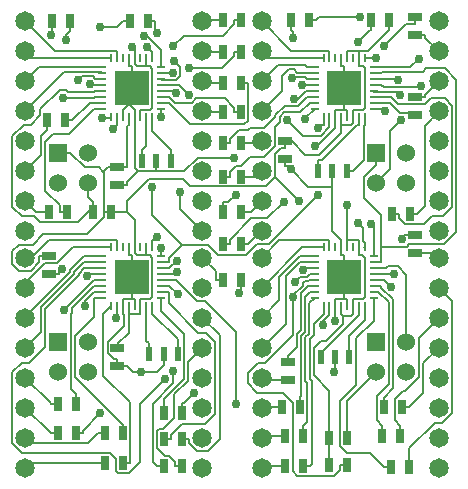
<source format=gtl>
G04 (created by PCBNEW (2013-mar-13)-testing) date Tue 30 Sep 2014 12:27:09 PM PDT*
%MOIN*%
G04 Gerber Fmt 3.4, Leading zero omitted, Abs format*
%FSLAX34Y34*%
G01*
G70*
G90*
G04 APERTURE LIST*
%ADD10C,0.005906*%
%ADD11R,0.045000X0.025000*%
%ADD12C,0.065000*%
%ADD13R,0.019700X0.051200*%
%ADD14R,0.030000X0.010000*%
%ADD15R,0.010000X0.030000*%
%ADD16R,0.118100X0.118100*%
%ADD17R,0.025000X0.045000*%
%ADD18R,0.060000X0.060000*%
%ADD19C,0.060000*%
%ADD20C,0.030000*%
%ADD21C,0.007000*%
G04 APERTURE END LIST*
G54D10*
G54D11*
X23740Y-24975D03*
X23740Y-25575D03*
G54D12*
X20669Y-20122D03*
X20669Y-21122D03*
X20669Y-22122D03*
X20669Y-23122D03*
X20669Y-24122D03*
X20669Y-25122D03*
X20669Y-26122D03*
X20669Y-27122D03*
X26574Y-27122D03*
X26574Y-26122D03*
X26574Y-25122D03*
X26574Y-24122D03*
X26574Y-23122D03*
X26574Y-22122D03*
X26574Y-21122D03*
X26574Y-20122D03*
X20669Y-27996D03*
X20669Y-28996D03*
X20669Y-29996D03*
X20669Y-30996D03*
X20669Y-31996D03*
X20669Y-32996D03*
X20669Y-33996D03*
X20669Y-34996D03*
X26574Y-34996D03*
X26574Y-33996D03*
X26574Y-32996D03*
X26574Y-31996D03*
X26574Y-30996D03*
X26574Y-29996D03*
X26574Y-28996D03*
X26574Y-27996D03*
X28543Y-20122D03*
X28543Y-21122D03*
X28543Y-22122D03*
X28543Y-23122D03*
X28543Y-24122D03*
X28543Y-25122D03*
X28543Y-26122D03*
X28543Y-27122D03*
X34448Y-27122D03*
X34448Y-26122D03*
X34448Y-25122D03*
X34448Y-24122D03*
X34448Y-23122D03*
X34448Y-22122D03*
X34448Y-21122D03*
X34448Y-20122D03*
X28543Y-27996D03*
X28543Y-28996D03*
X28543Y-29996D03*
X28543Y-30996D03*
X28543Y-31996D03*
X28543Y-32996D03*
X28543Y-33996D03*
X28543Y-34996D03*
X34448Y-34996D03*
X34448Y-33996D03*
X34448Y-32996D03*
X34448Y-31996D03*
X34448Y-30996D03*
X34448Y-29996D03*
X34448Y-28996D03*
X34448Y-27996D03*
G54D13*
X25039Y-24763D03*
X25511Y-24763D03*
X24567Y-24763D03*
X25275Y-31220D03*
X25747Y-31220D03*
X24803Y-31220D03*
X30905Y-25118D03*
X31377Y-25118D03*
X30433Y-25118D03*
X30984Y-31299D03*
X31456Y-31299D03*
X30512Y-31299D03*
G54D11*
X23740Y-30999D03*
X23740Y-31599D03*
G54D14*
X23228Y-22834D03*
X23228Y-22637D03*
X23228Y-22440D03*
X23228Y-23031D03*
G54D15*
X23523Y-23326D03*
X23720Y-23326D03*
X23917Y-23326D03*
X24114Y-23326D03*
X24310Y-23326D03*
X24507Y-23326D03*
X24704Y-23326D03*
X24901Y-23326D03*
G54D14*
X25196Y-21653D03*
X25196Y-23031D03*
X25196Y-22834D03*
X25196Y-22637D03*
X25196Y-22440D03*
X25196Y-22244D03*
X25196Y-22047D03*
X25196Y-21850D03*
G54D15*
X24901Y-21358D03*
X24704Y-21358D03*
X24507Y-21358D03*
X24310Y-21358D03*
X24114Y-21358D03*
X23917Y-21358D03*
X23720Y-21358D03*
X23523Y-21358D03*
G54D14*
X23228Y-21653D03*
X23228Y-21850D03*
X23228Y-22047D03*
X23228Y-22244D03*
G54D16*
X24212Y-22342D03*
G54D14*
X23228Y-29133D03*
X23228Y-28936D03*
X23228Y-28739D03*
X23228Y-29330D03*
G54D15*
X23523Y-29625D03*
X23720Y-29625D03*
X23917Y-29625D03*
X24114Y-29625D03*
X24310Y-29625D03*
X24507Y-29625D03*
X24704Y-29625D03*
X24901Y-29625D03*
G54D14*
X25196Y-27952D03*
X25196Y-29330D03*
X25196Y-29133D03*
X25196Y-28936D03*
X25196Y-28739D03*
X25196Y-28543D03*
X25196Y-28346D03*
X25196Y-28149D03*
G54D15*
X24901Y-27657D03*
X24704Y-27657D03*
X24507Y-27657D03*
X24310Y-27657D03*
X24114Y-27657D03*
X23917Y-27657D03*
X23720Y-27657D03*
X23523Y-27657D03*
G54D14*
X23228Y-27952D03*
X23228Y-28149D03*
X23228Y-28346D03*
X23228Y-28543D03*
G54D16*
X24212Y-28641D03*
G54D14*
X30315Y-22834D03*
X30315Y-22637D03*
X30315Y-22440D03*
X30315Y-23031D03*
G54D15*
X30610Y-23326D03*
X30807Y-23326D03*
X31004Y-23326D03*
X31201Y-23326D03*
X31397Y-23326D03*
X31594Y-23326D03*
X31791Y-23326D03*
X31988Y-23326D03*
G54D14*
X32283Y-21653D03*
X32283Y-23031D03*
X32283Y-22834D03*
X32283Y-22637D03*
X32283Y-22440D03*
X32283Y-22244D03*
X32283Y-22047D03*
X32283Y-21850D03*
G54D15*
X31988Y-21358D03*
X31791Y-21358D03*
X31594Y-21358D03*
X31397Y-21358D03*
X31201Y-21358D03*
X31004Y-21358D03*
X30807Y-21358D03*
X30610Y-21358D03*
G54D14*
X30315Y-21653D03*
X30315Y-21850D03*
X30315Y-22047D03*
X30315Y-22244D03*
G54D16*
X31299Y-22342D03*
G54D14*
X30315Y-29133D03*
X30315Y-28936D03*
X30315Y-28739D03*
X30315Y-29330D03*
G54D15*
X30610Y-29625D03*
X30807Y-29625D03*
X31004Y-29625D03*
X31201Y-29625D03*
X31397Y-29625D03*
X31594Y-29625D03*
X31791Y-29625D03*
X31988Y-29625D03*
G54D14*
X32283Y-27952D03*
X32283Y-29330D03*
X32283Y-29133D03*
X32283Y-28936D03*
X32283Y-28739D03*
X32283Y-28543D03*
X32283Y-28346D03*
X32283Y-28149D03*
G54D15*
X31988Y-27657D03*
X31791Y-27657D03*
X31594Y-27657D03*
X31397Y-27657D03*
X31201Y-27657D03*
X31004Y-27657D03*
X30807Y-27657D03*
X30610Y-27657D03*
G54D14*
X30315Y-27952D03*
X30315Y-28149D03*
X30315Y-28346D03*
X30315Y-28543D03*
G54D16*
X31299Y-28641D03*
G54D11*
X29330Y-24109D03*
X29330Y-24709D03*
G54D17*
X30802Y-34015D03*
X31402Y-34015D03*
X32613Y-32992D03*
X33213Y-32992D03*
X32574Y-33937D03*
X33174Y-33937D03*
X32849Y-34960D03*
X33449Y-34960D03*
G54D11*
X33661Y-27259D03*
X33661Y-27859D03*
G54D17*
X29925Y-34940D03*
X29325Y-34940D03*
X29925Y-33956D03*
X29325Y-33956D03*
X29827Y-32972D03*
X29227Y-32972D03*
G54D11*
X29429Y-31491D03*
X29429Y-32091D03*
G54D17*
X32888Y-26535D03*
X33488Y-26535D03*
G54D11*
X33661Y-23233D03*
X33661Y-22633D03*
X33661Y-19975D03*
X33661Y-20575D03*
G54D17*
X29522Y-20078D03*
X30122Y-20078D03*
X27259Y-27559D03*
X27859Y-27559D03*
X27259Y-26476D03*
X27859Y-26476D03*
X27259Y-25295D03*
X27859Y-25295D03*
X27259Y-24173D03*
X27859Y-24173D03*
X25290Y-34940D03*
X25890Y-34940D03*
X25290Y-34055D03*
X25890Y-34055D03*
X25290Y-33169D03*
X25890Y-33169D03*
X27859Y-28740D03*
X27259Y-28740D03*
X23922Y-34842D03*
X23322Y-34842D03*
X23922Y-33858D03*
X23322Y-33858D03*
X22347Y-33858D03*
X21747Y-33858D03*
X22347Y-32874D03*
X21747Y-32874D03*
X27859Y-23149D03*
X27259Y-23149D03*
X27859Y-22165D03*
X27259Y-22165D03*
X27859Y-21141D03*
X27259Y-21141D03*
X27859Y-20078D03*
X27259Y-20078D03*
X24748Y-20118D03*
X24148Y-20118D03*
X22051Y-26476D03*
X21451Y-26476D03*
X21992Y-23425D03*
X21392Y-23425D03*
X22150Y-20118D03*
X21550Y-20118D03*
X31402Y-34921D03*
X30802Y-34921D03*
X32180Y-20078D03*
X32780Y-20078D03*
G54D11*
X21456Y-28548D03*
X21456Y-27948D03*
G54D17*
X22928Y-26476D03*
X23528Y-26476D03*
G54D18*
X21744Y-24500D03*
G54D19*
X21744Y-25500D03*
X22744Y-24500D03*
X22744Y-25500D03*
G54D18*
X21744Y-30799D03*
G54D19*
X21744Y-31799D03*
X22744Y-30799D03*
X22744Y-31799D03*
G54D18*
X32374Y-24500D03*
G54D19*
X32374Y-25500D03*
X33374Y-24500D03*
X33374Y-25500D03*
G54D18*
X32374Y-30799D03*
G54D19*
X32374Y-31799D03*
X33374Y-30799D03*
X33374Y-31799D03*
G54D20*
X31377Y-26259D03*
X29803Y-26102D03*
X24213Y-20988D03*
X22030Y-20750D03*
X21922Y-22660D03*
X23173Y-33187D03*
X22666Y-29603D03*
X27678Y-25895D03*
X29993Y-23367D03*
X25060Y-20495D03*
X23241Y-23344D03*
X29282Y-26151D03*
X30421Y-23673D03*
X25586Y-20958D03*
X23587Y-23697D03*
X27801Y-29188D03*
X23680Y-30015D03*
X29575Y-20668D03*
X29402Y-23423D03*
X33213Y-27375D03*
X30602Y-30254D03*
X26111Y-21678D03*
X25176Y-23306D03*
X32625Y-20938D03*
X32658Y-23098D03*
X25602Y-31792D03*
X25742Y-29219D03*
X25615Y-21430D03*
X25717Y-28104D03*
X33193Y-23422D03*
X33090Y-22068D03*
X33778Y-21364D03*
X32192Y-26889D03*
X25176Y-27682D03*
X24620Y-20608D03*
X30433Y-25905D03*
X24902Y-25647D03*
X25579Y-21834D03*
X31743Y-20819D03*
X29633Y-22698D03*
X21968Y-29733D03*
X21908Y-28369D03*
X29601Y-29307D03*
X22439Y-22072D03*
X25313Y-32038D03*
X29544Y-22003D03*
X29938Y-28393D03*
X22809Y-22211D03*
X22740Y-28605D03*
X29875Y-22227D03*
X29656Y-28821D03*
X25698Y-22519D03*
X27686Y-32863D03*
X33161Y-22584D03*
X32871Y-28971D03*
X26123Y-22576D03*
X25836Y-25826D03*
X25716Y-28479D03*
X33872Y-22286D03*
X32943Y-28543D03*
X31759Y-26834D03*
X32347Y-21359D03*
X25070Y-27296D03*
X24723Y-20984D03*
X29528Y-25056D03*
X30972Y-31799D03*
X24524Y-31795D03*
X30998Y-30094D03*
X30316Y-24268D03*
X27631Y-24660D03*
X26294Y-32498D03*
X31824Y-19977D03*
X23171Y-20307D03*
X21541Y-20576D03*
G54D21*
X29000Y-25306D02*
X29006Y-25306D01*
X31397Y-26279D02*
X31397Y-27657D01*
X31377Y-26259D02*
X31397Y-26279D01*
X29006Y-25306D02*
X29803Y-26102D01*
X29330Y-24109D02*
X29542Y-24109D01*
X31201Y-23838D02*
X31201Y-23326D01*
X30472Y-24566D02*
X31201Y-23838D01*
X30000Y-24566D02*
X30472Y-24566D01*
X29542Y-24109D02*
X30000Y-24566D01*
X21744Y-24500D02*
X22149Y-24500D01*
X23413Y-26476D02*
X23298Y-26476D01*
X31201Y-29625D02*
X31201Y-29880D01*
X31397Y-27657D02*
X31397Y-27437D01*
X23740Y-24975D02*
X24070Y-24975D01*
X24114Y-23326D02*
X24114Y-23581D01*
X32780Y-20078D02*
X32780Y-20408D01*
X21456Y-27948D02*
X21126Y-27948D01*
X24704Y-27657D02*
X24704Y-27912D01*
X31791Y-21358D02*
X31791Y-21230D01*
X31791Y-21230D02*
X31791Y-21103D01*
X23740Y-24975D02*
X23410Y-24975D01*
X23251Y-25133D02*
X23410Y-24975D01*
X23111Y-24992D02*
X23251Y-25133D01*
X22642Y-24992D02*
X23111Y-24992D01*
X22149Y-24500D02*
X22642Y-24992D01*
X23298Y-26637D02*
X23298Y-26476D01*
X22717Y-27218D02*
X23298Y-26637D01*
X21266Y-27218D02*
X22717Y-27218D01*
X20919Y-27565D02*
X21266Y-27218D01*
X20458Y-27565D02*
X20919Y-27565D01*
X20232Y-27791D02*
X20458Y-27565D01*
X20232Y-28200D02*
X20232Y-27791D01*
X20461Y-28429D02*
X20232Y-28200D01*
X20846Y-28429D02*
X20461Y-28429D01*
X21126Y-28149D02*
X20846Y-28429D01*
X21126Y-27948D02*
X21126Y-28149D01*
X31791Y-21103D02*
X31397Y-21103D01*
X24507Y-29625D02*
X24507Y-29880D01*
X24114Y-29625D02*
X24114Y-29880D01*
X24507Y-29880D02*
X24114Y-29880D01*
X24114Y-30509D02*
X23740Y-30884D01*
X24114Y-29880D02*
X24114Y-30509D01*
X31397Y-21358D02*
X31397Y-21103D01*
X23740Y-30999D02*
X23740Y-30884D01*
X30802Y-34015D02*
X30802Y-34921D01*
X31201Y-23326D02*
X31201Y-23581D01*
X32085Y-21103D02*
X32780Y-20408D01*
X31791Y-21103D02*
X32085Y-21103D01*
X31594Y-23520D02*
X31594Y-23326D01*
X31532Y-23581D02*
X31594Y-23520D01*
X31201Y-23581D02*
X31532Y-23581D01*
X31915Y-21613D02*
X31791Y-21613D01*
X31994Y-21692D02*
X31915Y-21613D01*
X31994Y-22995D02*
X31994Y-21692D01*
X31918Y-23071D02*
X31994Y-22995D01*
X31594Y-23071D02*
X31918Y-23071D01*
X31594Y-23326D02*
X31594Y-23071D01*
X31791Y-21358D02*
X31791Y-21613D01*
X24070Y-23625D02*
X24114Y-23581D01*
X24070Y-24975D02*
X24070Y-23625D01*
X23298Y-25180D02*
X23298Y-26476D01*
X23251Y-25133D02*
X23298Y-25180D01*
X24377Y-27912D02*
X24704Y-27912D01*
X24310Y-27845D02*
X24377Y-27912D01*
X24310Y-27657D02*
X24310Y-27845D01*
X24838Y-29370D02*
X24507Y-29370D01*
X24908Y-29301D02*
X24838Y-29370D01*
X24908Y-28004D02*
X24908Y-29301D01*
X24816Y-27912D02*
X24908Y-28004D01*
X24704Y-27912D02*
X24816Y-27912D01*
X24507Y-29625D02*
X24507Y-29370D01*
X23413Y-26476D02*
X23528Y-26476D01*
X23528Y-26476D02*
X23758Y-26476D01*
X29330Y-24109D02*
X29330Y-24339D01*
X23758Y-26476D02*
X24047Y-26476D01*
X24310Y-26739D02*
X24047Y-26476D01*
X24310Y-27657D02*
X24310Y-26739D01*
X29192Y-24339D02*
X29330Y-24339D01*
X29000Y-24531D02*
X29192Y-24339D01*
X29000Y-25306D02*
X29000Y-25275D01*
X29000Y-25275D02*
X29000Y-24531D01*
X28681Y-25625D02*
X29000Y-25306D01*
X26164Y-25625D02*
X28681Y-25625D01*
X25931Y-25391D02*
X26164Y-25625D01*
X24782Y-25391D02*
X25931Y-25391D01*
X24047Y-26126D02*
X24782Y-25391D01*
X24047Y-26476D02*
X24047Y-26126D01*
X31925Y-29370D02*
X31594Y-29370D01*
X31994Y-29301D02*
X31925Y-29370D01*
X31994Y-28004D02*
X31994Y-29301D01*
X31902Y-27912D02*
X31994Y-28004D01*
X31791Y-27912D02*
X31902Y-27912D01*
X31791Y-27657D02*
X31791Y-27912D01*
X31594Y-29625D02*
X31594Y-29370D01*
X31594Y-29625D02*
X31594Y-29880D01*
X31536Y-29938D02*
X31594Y-29880D01*
X31258Y-29938D02*
X31536Y-29938D01*
X31258Y-30200D02*
X31258Y-29938D01*
X30684Y-30773D02*
X31258Y-30200D01*
X30519Y-30773D02*
X30684Y-30773D01*
X30289Y-31004D02*
X30519Y-30773D01*
X30289Y-31914D02*
X30289Y-31004D01*
X30802Y-32427D02*
X30289Y-31914D01*
X30802Y-34015D02*
X30802Y-32427D01*
X31258Y-29938D02*
X31201Y-29880D01*
X24310Y-21085D02*
X24310Y-21358D01*
X24213Y-20988D02*
X24310Y-21085D01*
X24377Y-21613D02*
X24704Y-21613D01*
X24310Y-21546D02*
X24377Y-21613D01*
X24310Y-21358D02*
X24310Y-21546D01*
X24704Y-21358D02*
X24704Y-21578D01*
X24704Y-21578D02*
X24704Y-21613D01*
X24838Y-23071D02*
X24507Y-23071D01*
X24908Y-23002D02*
X24838Y-23071D01*
X24908Y-21702D02*
X24908Y-23002D01*
X24819Y-21613D02*
X24908Y-21702D01*
X24704Y-21613D02*
X24819Y-21613D01*
X24507Y-23326D02*
X24507Y-23071D01*
X31791Y-27657D02*
X31791Y-27402D01*
X31397Y-27402D02*
X31791Y-27402D01*
X31397Y-27437D02*
X31397Y-27402D01*
X22030Y-20568D02*
X22030Y-20750D01*
X22150Y-20448D02*
X22030Y-20568D01*
X22950Y-22660D02*
X22973Y-22637D01*
X21922Y-22660D02*
X22950Y-22660D01*
X23228Y-22637D02*
X22973Y-22637D01*
X22150Y-20118D02*
X22150Y-20448D01*
X23228Y-28936D02*
X22973Y-28936D01*
X22347Y-32874D02*
X22347Y-32543D01*
X22971Y-28936D02*
X22973Y-28936D01*
X22223Y-29684D02*
X22971Y-28936D01*
X22223Y-29839D02*
X22223Y-29684D01*
X22192Y-29869D02*
X22223Y-29839D01*
X22192Y-32389D02*
X22192Y-29869D01*
X22347Y-32543D02*
X22192Y-32389D01*
X27259Y-24173D02*
X27489Y-24173D01*
X30315Y-22637D02*
X30060Y-22637D01*
X29743Y-22953D02*
X30060Y-22637D01*
X29311Y-22953D02*
X29743Y-22953D01*
X29007Y-23257D02*
X29311Y-22953D01*
X29007Y-23298D02*
X29007Y-23257D01*
X28634Y-23671D02*
X29007Y-23298D01*
X28145Y-23671D02*
X28634Y-23671D01*
X28090Y-23727D02*
X28145Y-23671D01*
X27791Y-23727D02*
X28090Y-23727D01*
X27489Y-24029D02*
X27791Y-23727D01*
X27489Y-24173D02*
X27489Y-24029D01*
X30315Y-28936D02*
X30060Y-28936D01*
X29429Y-31491D02*
X29429Y-31261D01*
X29728Y-30961D02*
X29429Y-31261D01*
X29728Y-30541D02*
X29728Y-30961D01*
X29856Y-30413D02*
X29728Y-30541D01*
X29856Y-29190D02*
X29856Y-30413D01*
X30060Y-28987D02*
X29856Y-29190D01*
X30060Y-28936D02*
X30060Y-28987D01*
X21992Y-23425D02*
X22223Y-23425D01*
X23228Y-22834D02*
X22973Y-22834D01*
X22813Y-22834D02*
X22223Y-23425D01*
X22973Y-22834D02*
X22813Y-22834D01*
X22577Y-33784D02*
X23173Y-33187D01*
X22577Y-33858D02*
X22577Y-33784D01*
X22347Y-33858D02*
X22577Y-33858D01*
X22666Y-29439D02*
X22666Y-29603D01*
X22972Y-29133D02*
X22666Y-29439D01*
X23228Y-29133D02*
X22972Y-29133D01*
X27259Y-25295D02*
X27489Y-25295D01*
X27489Y-25151D02*
X27489Y-25295D01*
X27680Y-24959D02*
X27489Y-25151D01*
X27860Y-24959D02*
X27680Y-24959D01*
X28165Y-24654D02*
X27860Y-24959D01*
X28625Y-24654D02*
X28165Y-24654D01*
X28986Y-24292D02*
X28625Y-24654D01*
X28986Y-23640D02*
X28986Y-24292D01*
X29147Y-23479D02*
X28986Y-23640D01*
X29147Y-23315D02*
X29147Y-23479D01*
X29308Y-23154D02*
X29147Y-23315D01*
X29836Y-23154D02*
X29308Y-23154D01*
X30156Y-22834D02*
X29836Y-23154D01*
X30315Y-22834D02*
X30156Y-22834D01*
X29827Y-32972D02*
X29827Y-32642D01*
X29868Y-32601D02*
X29827Y-32642D01*
X29868Y-30599D02*
X29868Y-32601D01*
X29996Y-30471D02*
X29868Y-30599D01*
X29996Y-29293D02*
X29996Y-30471D01*
X30156Y-29133D02*
X29996Y-29293D01*
X30315Y-29133D02*
X30156Y-29133D01*
X22051Y-26476D02*
X21821Y-26476D01*
X21821Y-26246D02*
X21821Y-26476D01*
X21338Y-25763D02*
X21821Y-26246D01*
X21338Y-24145D02*
X21338Y-25763D01*
X21604Y-23879D02*
X21338Y-24145D01*
X22125Y-23879D02*
X21604Y-23879D01*
X22973Y-23031D02*
X22125Y-23879D01*
X23228Y-23031D02*
X22973Y-23031D01*
X22973Y-29978D02*
X22973Y-29330D01*
X22333Y-30618D02*
X22973Y-29978D01*
X22333Y-31961D02*
X22333Y-30618D01*
X23900Y-33528D02*
X22333Y-31961D01*
X23922Y-33528D02*
X23900Y-33528D01*
X23922Y-33858D02*
X23922Y-33528D01*
X23228Y-29330D02*
X22973Y-29330D01*
X27427Y-26146D02*
X27678Y-25895D01*
X27259Y-26146D02*
X27427Y-26146D01*
X27259Y-26476D02*
X27259Y-26146D01*
X29993Y-23353D02*
X30315Y-23031D01*
X29993Y-23367D02*
X29993Y-23353D01*
X29925Y-33956D02*
X29925Y-33626D01*
X30072Y-33479D02*
X29925Y-33626D01*
X30072Y-32164D02*
X30072Y-33479D01*
X30008Y-32100D02*
X30072Y-32164D01*
X30008Y-30657D02*
X30008Y-32100D01*
X30136Y-30529D02*
X30008Y-30657D01*
X30136Y-29509D02*
X30136Y-30529D01*
X30315Y-29330D02*
X30136Y-29509D01*
X24748Y-20118D02*
X24978Y-20118D01*
X24978Y-20414D02*
X25060Y-20495D01*
X24978Y-20118D02*
X24978Y-20414D01*
X23506Y-23344D02*
X23241Y-23344D01*
X23523Y-23326D02*
X23506Y-23344D01*
X23263Y-29885D02*
X23523Y-29625D01*
X23263Y-31932D02*
X23263Y-29885D01*
X24152Y-32821D02*
X23263Y-31932D01*
X24152Y-34842D02*
X24152Y-32821D01*
X23922Y-34842D02*
X24152Y-34842D01*
X28741Y-26691D02*
X29282Y-26151D01*
X28208Y-26691D02*
X28741Y-26691D01*
X27489Y-27411D02*
X28208Y-26691D01*
X27489Y-27559D02*
X27489Y-27411D01*
X30513Y-23581D02*
X30610Y-23581D01*
X30421Y-23673D02*
X30513Y-23581D01*
X30610Y-23326D02*
X30610Y-23581D01*
X27259Y-27559D02*
X27489Y-27559D01*
X29925Y-34940D02*
X30156Y-34940D01*
X30610Y-29625D02*
X30610Y-29880D01*
X30222Y-34874D02*
X30156Y-34940D01*
X30222Y-32115D02*
X30222Y-34874D01*
X30148Y-32042D02*
X30222Y-32115D01*
X30148Y-30715D02*
X30148Y-32042D01*
X30289Y-30575D02*
X30148Y-30715D01*
X30289Y-30202D02*
X30289Y-30575D01*
X30610Y-29880D02*
X30289Y-30202D01*
X25947Y-20598D02*
X25586Y-20958D01*
X27252Y-20598D02*
X25947Y-20598D01*
X27628Y-20222D02*
X27252Y-20598D01*
X27628Y-20078D02*
X27628Y-20222D01*
X23720Y-23326D02*
X23720Y-23581D01*
X27859Y-20078D02*
X27628Y-20078D01*
X23604Y-23697D02*
X23587Y-23697D01*
X23720Y-23581D02*
X23604Y-23697D01*
X27801Y-29128D02*
X27801Y-29188D01*
X27859Y-29070D02*
X27801Y-29128D01*
X27859Y-28740D02*
X27859Y-29070D01*
X23720Y-29975D02*
X23680Y-30015D01*
X23720Y-29625D02*
X23720Y-29975D01*
X29575Y-20461D02*
X29575Y-20668D01*
X29522Y-20408D02*
X29575Y-20461D01*
X30807Y-23655D02*
X30807Y-23326D01*
X30528Y-23935D02*
X30807Y-23655D01*
X29914Y-23935D02*
X30528Y-23935D01*
X29402Y-23423D02*
X29914Y-23935D01*
X29522Y-20078D02*
X29522Y-20408D01*
X30807Y-29919D02*
X30807Y-29625D01*
X30602Y-30123D02*
X30807Y-29919D01*
X30602Y-30254D02*
X30602Y-30123D01*
X33661Y-27259D02*
X33331Y-27259D01*
X33214Y-27375D02*
X33213Y-27375D01*
X33331Y-27259D02*
X33214Y-27375D01*
X25196Y-23286D02*
X25176Y-23306D01*
X25196Y-23031D02*
X25196Y-23286D01*
X27235Y-21678D02*
X26111Y-21678D01*
X27628Y-21285D02*
X27235Y-21678D01*
X27628Y-21141D02*
X27628Y-21285D01*
X27859Y-21141D02*
X27628Y-21141D01*
X25290Y-33169D02*
X25290Y-32839D01*
X25290Y-32711D02*
X25290Y-32839D01*
X25951Y-32050D02*
X25290Y-32711D01*
X25951Y-30539D02*
X25951Y-32050D01*
X25196Y-29785D02*
X25951Y-30539D01*
X25196Y-29330D02*
X25196Y-29785D01*
X32283Y-23031D02*
X32538Y-23031D01*
X33661Y-19975D02*
X33661Y-20205D01*
X32605Y-23098D02*
X32658Y-23098D01*
X32538Y-23031D02*
X32605Y-23098D01*
X33358Y-20205D02*
X32625Y-20938D01*
X33661Y-20205D02*
X33358Y-20205D01*
X32849Y-34960D02*
X32619Y-34960D01*
X32283Y-30111D02*
X32283Y-29330D01*
X31707Y-30686D02*
X32283Y-30111D01*
X31707Y-32246D02*
X31707Y-30686D01*
X31172Y-32782D02*
X31707Y-32246D01*
X31172Y-34287D02*
X31172Y-32782D01*
X31383Y-34498D02*
X31172Y-34287D01*
X32157Y-34498D02*
X31383Y-34498D01*
X32619Y-34960D02*
X32157Y-34498D01*
X27859Y-22165D02*
X28089Y-22165D01*
X25196Y-22834D02*
X25451Y-22834D01*
X26169Y-23552D02*
X25451Y-22834D01*
X27967Y-23552D02*
X26169Y-23552D01*
X28089Y-23430D02*
X27967Y-23552D01*
X28089Y-22165D02*
X28089Y-23430D01*
X25290Y-34055D02*
X25520Y-34055D01*
X25196Y-29133D02*
X25451Y-29133D01*
X25520Y-33911D02*
X25520Y-34055D01*
X25886Y-33545D02*
X25520Y-33911D01*
X26659Y-33545D02*
X25886Y-33545D01*
X27005Y-33199D02*
X26659Y-33545D01*
X27005Y-30818D02*
X27005Y-33199D01*
X26683Y-30496D02*
X27005Y-30818D01*
X26438Y-30496D02*
X26683Y-30496D01*
X25451Y-29509D02*
X26438Y-30496D01*
X25451Y-29133D02*
X25451Y-29509D01*
X32834Y-22834D02*
X32283Y-22834D01*
X33166Y-23166D02*
X32834Y-22834D01*
X33595Y-23166D02*
X33166Y-23166D01*
X33661Y-23233D02*
X33595Y-23166D01*
X32441Y-29133D02*
X32283Y-29133D01*
X32783Y-29475D02*
X32441Y-29133D01*
X32783Y-32197D02*
X32783Y-29475D01*
X32379Y-32602D02*
X32783Y-32197D01*
X32379Y-33412D02*
X32379Y-32602D01*
X32574Y-33606D02*
X32379Y-33412D01*
X32574Y-33937D02*
X32574Y-33606D01*
X27859Y-23149D02*
X27628Y-23149D01*
X25196Y-22637D02*
X25451Y-22637D01*
X27628Y-23005D02*
X27628Y-23149D01*
X27309Y-22686D02*
X27628Y-23005D01*
X26374Y-22686D02*
X27309Y-22686D01*
X26229Y-22831D02*
X26374Y-22686D01*
X25649Y-22831D02*
X26229Y-22831D01*
X25455Y-22637D02*
X25649Y-22831D01*
X25451Y-22637D02*
X25455Y-22637D01*
X25290Y-34940D02*
X25060Y-34940D01*
X25459Y-28936D02*
X25742Y-29219D01*
X25196Y-28936D02*
X25459Y-28936D01*
X24918Y-34798D02*
X25060Y-34940D01*
X24918Y-32869D02*
X24918Y-34798D01*
X25602Y-32184D02*
X24918Y-32869D01*
X25602Y-31792D02*
X25602Y-32184D01*
X32853Y-22637D02*
X32283Y-22637D01*
X33099Y-22883D02*
X32853Y-22637D01*
X33998Y-22883D02*
X33099Y-22883D01*
X34190Y-22691D02*
X33998Y-22883D01*
X34643Y-22691D02*
X34190Y-22691D01*
X34882Y-22930D02*
X34643Y-22691D01*
X34882Y-26321D02*
X34882Y-22930D01*
X34581Y-26622D02*
X34882Y-26321D01*
X34228Y-26622D02*
X34581Y-26622D01*
X33969Y-26881D02*
X34228Y-26622D01*
X33321Y-26881D02*
X33969Y-26881D01*
X33119Y-26679D02*
X33321Y-26881D01*
X33119Y-26535D02*
X33119Y-26679D01*
X32888Y-26535D02*
X33119Y-26535D01*
X32613Y-32992D02*
X32613Y-32662D01*
X32283Y-28936D02*
X32538Y-28936D01*
X32924Y-32351D02*
X32613Y-32662D01*
X32924Y-29392D02*
X32924Y-32351D01*
X32538Y-29006D02*
X32924Y-29392D01*
X32538Y-28936D02*
X32538Y-29006D01*
X25835Y-21650D02*
X25615Y-21430D01*
X25835Y-21940D02*
X25835Y-21650D01*
X25685Y-22089D02*
X25835Y-21940D01*
X25238Y-22089D02*
X25685Y-22089D01*
X25196Y-22047D02*
X25238Y-22089D01*
X25474Y-28346D02*
X25717Y-28104D01*
X25196Y-28346D02*
X25474Y-28346D01*
X32824Y-23791D02*
X33193Y-23422D01*
X32824Y-25049D02*
X32824Y-23791D01*
X32374Y-25500D02*
X32824Y-25049D01*
X33069Y-22047D02*
X32283Y-22047D01*
X33090Y-22068D02*
X33069Y-22047D01*
X32687Y-28346D02*
X32283Y-28346D01*
X32748Y-28285D02*
X32687Y-28346D01*
X33075Y-28285D02*
X32748Y-28285D01*
X33374Y-28584D02*
X33075Y-28285D01*
X33374Y-30799D02*
X33374Y-28584D01*
X33778Y-21364D02*
X33489Y-21653D01*
X33489Y-21653D02*
X32283Y-21653D01*
X32283Y-27374D02*
X32283Y-27952D01*
X32283Y-26980D02*
X32283Y-27374D01*
X32192Y-26889D02*
X32283Y-26980D01*
X25196Y-27702D02*
X25196Y-27952D01*
X25176Y-27682D02*
X25196Y-27702D01*
X25196Y-21089D02*
X25196Y-21653D01*
X24715Y-20608D02*
X25196Y-21089D01*
X24620Y-20608D02*
X24715Y-20608D01*
X31963Y-25315D02*
X31963Y-26003D01*
X32538Y-27630D02*
X32538Y-27063D01*
X32374Y-24905D02*
X31963Y-25315D01*
X32374Y-24905D02*
X32374Y-24500D01*
X32538Y-26577D02*
X32538Y-27063D01*
X31963Y-26003D02*
X32538Y-26577D01*
X30158Y-26182D02*
X30158Y-26179D01*
X30158Y-26179D02*
X30433Y-25905D01*
X26751Y-27564D02*
X25881Y-27564D01*
X27085Y-27898D02*
X26751Y-27564D01*
X28033Y-27898D02*
X27085Y-27898D01*
X28378Y-27552D02*
X28033Y-27898D01*
X28788Y-27552D02*
X28378Y-27552D01*
X30165Y-26175D02*
X30158Y-26182D01*
X30158Y-26182D02*
X28788Y-27552D01*
X25196Y-28149D02*
X25451Y-28149D01*
X25196Y-21850D02*
X25451Y-21850D01*
X25468Y-21834D02*
X25579Y-21834D01*
X25451Y-21850D02*
X25468Y-21834D01*
X25451Y-27993D02*
X25881Y-27564D01*
X25451Y-28149D02*
X25451Y-27993D01*
X24902Y-26585D02*
X24902Y-25647D01*
X25881Y-27564D02*
X24902Y-26585D01*
X32283Y-28149D02*
X32538Y-28149D01*
X32538Y-27630D02*
X32538Y-28149D01*
X32580Y-21808D02*
X32538Y-21850D01*
X33913Y-21808D02*
X32580Y-21808D01*
X34029Y-21691D02*
X33913Y-21808D01*
X34643Y-21691D02*
X34029Y-21691D01*
X35034Y-22083D02*
X34643Y-21691D01*
X35034Y-27146D02*
X35034Y-22083D01*
X34622Y-27559D02*
X35034Y-27146D01*
X33462Y-27559D02*
X34622Y-27559D01*
X33391Y-27630D02*
X33462Y-27559D01*
X32538Y-27630D02*
X33391Y-27630D01*
X32283Y-21850D02*
X32538Y-21850D01*
X22744Y-25962D02*
X22744Y-25500D01*
X22928Y-26146D02*
X22744Y-25962D01*
X22928Y-26476D02*
X22928Y-26311D01*
X22928Y-26311D02*
X22928Y-26146D01*
X23228Y-22440D02*
X22973Y-22440D01*
X22432Y-26807D02*
X22928Y-26311D01*
X21156Y-26807D02*
X22432Y-26807D01*
X20971Y-26622D02*
X21156Y-26807D01*
X20559Y-26622D02*
X20971Y-26622D01*
X20237Y-26300D02*
X20559Y-26622D01*
X20237Y-23944D02*
X20237Y-26300D01*
X20619Y-23562D02*
X20237Y-23944D01*
X20842Y-23562D02*
X20619Y-23562D01*
X21162Y-23242D02*
X20842Y-23562D01*
X21162Y-23055D02*
X21162Y-23242D01*
X21813Y-22405D02*
X21162Y-23055D01*
X22028Y-22405D02*
X21813Y-22405D01*
X22089Y-22466D02*
X22028Y-22405D01*
X22947Y-22466D02*
X22089Y-22466D01*
X22973Y-22440D02*
X22947Y-22466D01*
X32180Y-20078D02*
X32180Y-20408D01*
X32154Y-20408D02*
X31743Y-20819D01*
X32180Y-20408D02*
X32154Y-20408D01*
X30026Y-22440D02*
X30315Y-22440D01*
X29767Y-22698D02*
X30026Y-22440D01*
X29633Y-22698D02*
X29767Y-22698D01*
X21456Y-28548D02*
X21786Y-28548D01*
X21786Y-28490D02*
X21908Y-28369D01*
X21786Y-28548D02*
X21786Y-28490D01*
X22967Y-28739D02*
X23228Y-28739D01*
X21973Y-29733D02*
X22967Y-28739D01*
X21968Y-29733D02*
X21973Y-29733D01*
X31402Y-34921D02*
X31172Y-34921D01*
X30151Y-28739D02*
X30315Y-28739D01*
X30102Y-28788D02*
X30151Y-28739D01*
X29983Y-28788D02*
X30102Y-28788D01*
X29913Y-28858D02*
X29983Y-28788D01*
X29913Y-28935D02*
X29913Y-28858D01*
X29601Y-29247D02*
X29913Y-28935D01*
X29601Y-29307D02*
X29601Y-29247D01*
X31172Y-35065D02*
X31172Y-34921D01*
X30966Y-35271D02*
X31172Y-35065D01*
X29741Y-35271D02*
X30966Y-35271D01*
X29597Y-35126D02*
X29741Y-35271D01*
X29597Y-32833D02*
X29597Y-35126D01*
X29259Y-32496D02*
X29597Y-32833D01*
X28405Y-32496D02*
X29259Y-32496D01*
X28093Y-32184D02*
X28405Y-32496D01*
X28093Y-31830D02*
X28093Y-32184D01*
X28428Y-31496D02*
X28093Y-31830D01*
X28673Y-31496D02*
X28428Y-31496D01*
X29588Y-30581D02*
X28673Y-31496D01*
X29588Y-30483D02*
X29588Y-30581D01*
X29601Y-30470D02*
X29588Y-30483D01*
X29601Y-29307D02*
X29601Y-30470D01*
X23720Y-21358D02*
X23720Y-21103D01*
X21650Y-21103D02*
X23720Y-21103D01*
X20669Y-20122D02*
X21650Y-21103D01*
X23720Y-27657D02*
X23720Y-27402D01*
X21460Y-27402D02*
X23720Y-27402D01*
X20867Y-27996D02*
X21460Y-27402D01*
X20669Y-27996D02*
X20867Y-27996D01*
X29524Y-21103D02*
X28543Y-20122D01*
X30807Y-21103D02*
X29524Y-21103D01*
X30807Y-21358D02*
X30807Y-21103D01*
X30807Y-27657D02*
X30807Y-27402D01*
X29136Y-27402D02*
X30807Y-27402D01*
X28543Y-27996D02*
X29136Y-27402D01*
X20905Y-21358D02*
X20669Y-21122D01*
X23523Y-21358D02*
X20905Y-21358D01*
X20669Y-28834D02*
X20669Y-28996D01*
X21325Y-28178D02*
X20669Y-28834D01*
X21738Y-28178D02*
X21325Y-28178D01*
X22259Y-27657D02*
X21738Y-28178D01*
X23523Y-27657D02*
X22259Y-27657D01*
X28779Y-21358D02*
X28543Y-21122D01*
X30610Y-21358D02*
X28779Y-21358D01*
X29881Y-27657D02*
X28543Y-28996D01*
X30610Y-27657D02*
X29881Y-27657D01*
X23228Y-21653D02*
X22973Y-21653D01*
X21137Y-21653D02*
X20669Y-22122D01*
X22973Y-21653D02*
X21137Y-21653D01*
X22630Y-27952D02*
X23228Y-27952D01*
X22165Y-28417D02*
X22630Y-27952D01*
X22165Y-28476D02*
X22165Y-28417D01*
X20669Y-29973D02*
X22165Y-28476D01*
X20669Y-29996D02*
X20669Y-29973D01*
X29087Y-21577D02*
X28543Y-22122D01*
X29984Y-21577D02*
X29087Y-21577D01*
X30060Y-21653D02*
X29984Y-21577D01*
X30315Y-21653D02*
X30060Y-21653D01*
X29135Y-29404D02*
X28543Y-29996D01*
X29135Y-28637D02*
X29135Y-29404D01*
X29820Y-27952D02*
X29135Y-28637D01*
X30315Y-27952D02*
X29820Y-27952D01*
X21974Y-21816D02*
X20669Y-23122D01*
X23194Y-21816D02*
X21974Y-21816D01*
X23228Y-21850D02*
X23194Y-21816D01*
X22631Y-28149D02*
X23228Y-28149D01*
X22305Y-28475D02*
X22631Y-28149D01*
X22305Y-28534D02*
X22305Y-28475D01*
X21198Y-29641D02*
X22305Y-28534D01*
X21198Y-30466D02*
X21198Y-29641D01*
X20669Y-30996D02*
X21198Y-30466D01*
X30315Y-21850D02*
X30060Y-21850D01*
X29235Y-22429D02*
X28543Y-23122D01*
X29235Y-21945D02*
X29235Y-22429D01*
X29455Y-21726D02*
X29235Y-21945D01*
X29633Y-21726D02*
X29455Y-21726D01*
X29739Y-21832D02*
X29633Y-21726D01*
X30041Y-21832D02*
X29739Y-21832D01*
X30060Y-21850D02*
X30041Y-21832D01*
X29346Y-30193D02*
X28543Y-30996D01*
X29346Y-28624D02*
X29346Y-30193D01*
X29832Y-28138D02*
X29346Y-28624D01*
X30048Y-28138D02*
X29832Y-28138D01*
X30060Y-28149D02*
X30048Y-28138D01*
X30315Y-28149D02*
X30060Y-28149D01*
X22555Y-21956D02*
X22439Y-22072D01*
X22915Y-21956D02*
X22555Y-21956D01*
X23005Y-22047D02*
X22915Y-21956D01*
X23228Y-22047D02*
X23005Y-22047D01*
X23228Y-28346D02*
X22973Y-28346D01*
X22632Y-28346D02*
X22973Y-28346D01*
X22445Y-28533D02*
X22632Y-28346D01*
X22445Y-28592D02*
X22445Y-28533D01*
X21338Y-29699D02*
X22445Y-28592D01*
X21338Y-30962D02*
X21338Y-29699D01*
X20805Y-31496D02*
X21338Y-30962D01*
X20557Y-31496D02*
X20805Y-31496D01*
X20233Y-31820D02*
X20557Y-31496D01*
X20233Y-34172D02*
X20233Y-31820D01*
X20573Y-34512D02*
X20233Y-34172D01*
X23491Y-34512D02*
X20573Y-34512D01*
X23691Y-34712D02*
X23491Y-34512D01*
X23691Y-35111D02*
X23691Y-34712D01*
X23753Y-35172D02*
X23691Y-35111D01*
X24123Y-35172D02*
X23753Y-35172D01*
X24485Y-34811D02*
X24123Y-35172D01*
X24485Y-32866D02*
X24485Y-34811D01*
X25313Y-32038D02*
X24485Y-32866D01*
X30315Y-22047D02*
X30060Y-22047D01*
X29575Y-21972D02*
X29544Y-22003D01*
X29981Y-21972D02*
X29575Y-21972D01*
X30056Y-22047D02*
X29981Y-21972D01*
X30060Y-22047D02*
X30056Y-22047D01*
X29985Y-28346D02*
X29938Y-28393D01*
X30315Y-28346D02*
X29985Y-28346D01*
X22842Y-22244D02*
X22809Y-22211D01*
X23228Y-22244D02*
X22842Y-22244D01*
X22802Y-28543D02*
X23228Y-28543D01*
X22740Y-28605D02*
X22802Y-28543D01*
X29893Y-22244D02*
X29875Y-22227D01*
X30315Y-22244D02*
X29893Y-22244D01*
X30149Y-28543D02*
X30315Y-28543D01*
X30044Y-28648D02*
X30149Y-28543D01*
X29830Y-28648D02*
X30044Y-28648D01*
X29656Y-28821D02*
X29830Y-28648D01*
X25619Y-22440D02*
X25698Y-22519D01*
X25196Y-22440D02*
X25619Y-22440D01*
X25196Y-28739D02*
X25451Y-28739D01*
X27686Y-30475D02*
X27686Y-32863D01*
X26656Y-29446D02*
X27686Y-30475D01*
X26396Y-29446D02*
X26656Y-29446D01*
X25689Y-28739D02*
X26396Y-29446D01*
X25451Y-28739D02*
X25689Y-28739D01*
X33040Y-22463D02*
X33161Y-22584D01*
X32306Y-22463D02*
X33040Y-22463D01*
X32283Y-22440D02*
X32306Y-22463D01*
X32538Y-28739D02*
X32538Y-28739D01*
X32639Y-28739D02*
X32538Y-28739D01*
X32871Y-28971D02*
X32639Y-28739D01*
X32283Y-28739D02*
X32538Y-28739D01*
X25836Y-26383D02*
X26574Y-27122D01*
X25836Y-25826D02*
X25836Y-26383D01*
X25791Y-22244D02*
X26123Y-22576D01*
X25196Y-22244D02*
X25791Y-22244D01*
X25196Y-28543D02*
X25451Y-28543D01*
X25652Y-28543D02*
X25716Y-28479D01*
X25451Y-28543D02*
X25652Y-28543D01*
X32283Y-22244D02*
X32538Y-22244D01*
X33835Y-22323D02*
X33872Y-22286D01*
X32617Y-22323D02*
X33835Y-22323D01*
X32538Y-22244D02*
X32617Y-22323D01*
X32283Y-28543D02*
X32538Y-28543D01*
X32538Y-28543D02*
X32943Y-28543D01*
X31988Y-27657D02*
X31988Y-27497D01*
X31937Y-27011D02*
X31759Y-26834D01*
X31937Y-27446D02*
X31937Y-27011D01*
X31988Y-27497D02*
X31937Y-27446D01*
X31988Y-21358D02*
X31989Y-21359D01*
X31989Y-21359D02*
X32347Y-21359D01*
X24964Y-27402D02*
X25070Y-27296D01*
X24901Y-27402D02*
X24964Y-27402D01*
X24901Y-27657D02*
X24901Y-27402D01*
X24901Y-21358D02*
X24901Y-21103D01*
X24842Y-21103D02*
X24723Y-20984D01*
X24901Y-21103D02*
X24842Y-21103D01*
X31970Y-27639D02*
X31988Y-27657D01*
X24704Y-24265D02*
X24567Y-24402D01*
X24704Y-23326D02*
X24704Y-24265D01*
X24567Y-24763D02*
X24567Y-24402D01*
X24704Y-30760D02*
X24803Y-30859D01*
X24704Y-29625D02*
X24704Y-30760D01*
X24803Y-31220D02*
X24803Y-30859D01*
X30555Y-24757D02*
X30433Y-24757D01*
X31731Y-23581D02*
X30555Y-24757D01*
X31791Y-23581D02*
X31731Y-23581D01*
X31791Y-23326D02*
X31791Y-23581D01*
X30433Y-25118D02*
X30433Y-24757D01*
X30512Y-31182D02*
X30512Y-31299D01*
X31791Y-29903D02*
X30512Y-31182D01*
X31791Y-29625D02*
X31791Y-29903D01*
X24901Y-23326D02*
X24901Y-23581D01*
X24901Y-23792D02*
X25511Y-24402D01*
X24901Y-23581D02*
X24901Y-23792D01*
X25511Y-24763D02*
X25511Y-24402D01*
X24901Y-29625D02*
X24901Y-29880D01*
X25747Y-30726D02*
X24901Y-29880D01*
X25747Y-31220D02*
X25747Y-30726D01*
X31968Y-24730D02*
X31581Y-25118D01*
X31968Y-23601D02*
X31968Y-24730D01*
X31988Y-23581D02*
X31968Y-23601D01*
X31988Y-23326D02*
X31988Y-23581D01*
X31377Y-25118D02*
X31581Y-25118D01*
X31456Y-31299D02*
X31456Y-30938D01*
X31988Y-30091D02*
X31988Y-29625D01*
X31456Y-30623D02*
X31988Y-30091D01*
X31456Y-30938D02*
X31456Y-30623D01*
X31265Y-27912D02*
X31201Y-27912D01*
X31299Y-27946D02*
X31265Y-27912D01*
X31265Y-21613D02*
X31201Y-21613D01*
X31299Y-21646D02*
X31265Y-21613D01*
X31299Y-22342D02*
X31299Y-21646D01*
X31299Y-28312D02*
X31299Y-28461D01*
X31299Y-28312D02*
X31299Y-27946D01*
X31201Y-27785D02*
X31201Y-27912D01*
X31299Y-28551D02*
X31299Y-28461D01*
X31299Y-28551D02*
X31299Y-28641D01*
X23740Y-31599D02*
X23740Y-31369D01*
X31201Y-21486D02*
X31201Y-21613D01*
X31201Y-21486D02*
X31201Y-21358D01*
X24179Y-27912D02*
X24212Y-27946D01*
X24114Y-27912D02*
X24179Y-27912D01*
X24212Y-28641D02*
X24212Y-27946D01*
X24179Y-21613D02*
X24114Y-21613D01*
X24212Y-21646D02*
X24179Y-21613D01*
X24212Y-22342D02*
X24212Y-21646D01*
X24114Y-21358D02*
X24114Y-21613D01*
X31299Y-28641D02*
X31299Y-29337D01*
X31004Y-29625D02*
X31004Y-29370D01*
X31265Y-29370D02*
X31299Y-29337D01*
X31004Y-29370D02*
X31265Y-29370D01*
X31397Y-29625D02*
X31397Y-29370D01*
X31299Y-22342D02*
X31299Y-23038D01*
X31004Y-23326D02*
X31004Y-23071D01*
X31265Y-23071D02*
X31299Y-23038D01*
X31004Y-23071D02*
X31265Y-23071D01*
X31397Y-23326D02*
X31397Y-23071D01*
X31332Y-29370D02*
X31397Y-29370D01*
X31299Y-29337D02*
X31332Y-29370D01*
X31332Y-23071D02*
X31397Y-23071D01*
X31299Y-23038D02*
X31332Y-23071D01*
X23949Y-29912D02*
X23917Y-29880D01*
X23949Y-30279D02*
X23949Y-29912D01*
X23410Y-30819D02*
X23949Y-30279D01*
X23410Y-31167D02*
X23410Y-30819D01*
X23611Y-31369D02*
X23410Y-31167D01*
X23740Y-31369D02*
X23611Y-31369D01*
X23917Y-29753D02*
X23917Y-29880D01*
X23917Y-29753D02*
X23917Y-29625D01*
X24212Y-28641D02*
X24212Y-29337D01*
X23917Y-29625D02*
X23917Y-29370D01*
X24179Y-29370D02*
X24212Y-29337D01*
X23917Y-29370D02*
X24179Y-29370D01*
X24310Y-29625D02*
X24310Y-29370D01*
X24245Y-29370D02*
X24310Y-29370D01*
X24212Y-29337D02*
X24245Y-29370D01*
X29330Y-24709D02*
X29330Y-24939D01*
X23740Y-31599D02*
X24070Y-31599D01*
X25275Y-31220D02*
X25275Y-31581D01*
X30984Y-31299D02*
X30984Y-31660D01*
X30984Y-31787D02*
X30972Y-31799D01*
X30984Y-31660D02*
X30984Y-31787D01*
X25061Y-31795D02*
X24524Y-31795D01*
X25275Y-31581D02*
X25061Y-31795D01*
X24267Y-31795D02*
X24070Y-31599D01*
X24524Y-31795D02*
X24267Y-31795D01*
X31402Y-32770D02*
X31402Y-34015D01*
X32374Y-31799D02*
X31402Y-32770D01*
X24114Y-27785D02*
X24114Y-27912D01*
X24114Y-27785D02*
X24114Y-27657D01*
X31004Y-30088D02*
X30998Y-30094D01*
X31004Y-29625D02*
X31004Y-30088D01*
X31201Y-27785D02*
X31201Y-27657D01*
X31201Y-27657D02*
X31201Y-27402D01*
X29412Y-24939D02*
X29330Y-24939D01*
X29528Y-25056D02*
X29412Y-24939D01*
X25039Y-24763D02*
X25039Y-25089D01*
X24212Y-22342D02*
X24212Y-22690D01*
X23917Y-23326D02*
X23917Y-23071D01*
X24113Y-22875D02*
X23917Y-23071D01*
X24309Y-23071D02*
X24113Y-22875D01*
X24310Y-23071D02*
X24309Y-23071D01*
X24113Y-22789D02*
X24212Y-22690D01*
X24113Y-22875D02*
X24113Y-22789D01*
X24113Y-22875D02*
X24113Y-22875D01*
X24310Y-23326D02*
X24310Y-23071D01*
X25952Y-25124D02*
X25039Y-25124D01*
X26417Y-24660D02*
X25952Y-25124D01*
X27631Y-24660D02*
X26417Y-24660D01*
X25039Y-25089D02*
X25039Y-25124D01*
X31004Y-23660D02*
X31004Y-23326D01*
X30395Y-24268D02*
X31004Y-23660D01*
X30316Y-24268D02*
X30395Y-24268D01*
X24070Y-25472D02*
X24417Y-25124D01*
X24070Y-25575D02*
X24070Y-25472D01*
X25039Y-25124D02*
X24417Y-25124D01*
X24310Y-25017D02*
X24310Y-23326D01*
X24417Y-25124D02*
X24310Y-25017D01*
X23740Y-25575D02*
X24070Y-25575D01*
X30105Y-25633D02*
X29528Y-25056D01*
X30905Y-25633D02*
X30105Y-25633D01*
X30905Y-25118D02*
X30905Y-25633D01*
X30905Y-27106D02*
X31201Y-27402D01*
X30905Y-25633D02*
X30905Y-27106D01*
X25953Y-32839D02*
X26294Y-32498D01*
X25890Y-32839D02*
X25953Y-32839D01*
X25890Y-33169D02*
X25890Y-32839D01*
X27156Y-30577D02*
X26574Y-29996D01*
X27156Y-34027D02*
X27156Y-30577D01*
X26755Y-34428D02*
X27156Y-34027D01*
X26379Y-34428D02*
X26755Y-34428D01*
X26120Y-34170D02*
X26379Y-34428D01*
X26120Y-34055D02*
X26120Y-34170D01*
X25890Y-34055D02*
X26120Y-34055D01*
X25890Y-34940D02*
X25660Y-34940D01*
X25660Y-34806D02*
X25660Y-34940D01*
X25464Y-34610D02*
X25660Y-34806D01*
X25341Y-34610D02*
X25464Y-34610D01*
X25060Y-34329D02*
X25341Y-34610D01*
X25060Y-33773D02*
X25060Y-34329D01*
X25121Y-33713D02*
X25060Y-33773D01*
X25270Y-33713D02*
X25121Y-33713D01*
X25640Y-33343D02*
X25270Y-33713D01*
X25640Y-32559D02*
X25640Y-33343D01*
X26095Y-32104D02*
X25640Y-32559D01*
X26095Y-31475D02*
X26095Y-32104D01*
X26574Y-30996D02*
X26095Y-31475D01*
X21517Y-33843D02*
X20669Y-32996D01*
X21517Y-33858D02*
X21517Y-33843D01*
X21747Y-33858D02*
X21517Y-33858D01*
X20861Y-34188D02*
X20669Y-33996D01*
X22761Y-34188D02*
X20861Y-34188D01*
X23091Y-33858D02*
X22761Y-34188D01*
X23322Y-33858D02*
X23091Y-33858D01*
X21747Y-32874D02*
X21517Y-32874D01*
X21517Y-32843D02*
X21517Y-32874D01*
X20669Y-31996D02*
X21517Y-32843D01*
X20822Y-34842D02*
X20669Y-34996D01*
X23322Y-34842D02*
X20822Y-34842D01*
X28492Y-24173D02*
X28543Y-24122D01*
X27859Y-24173D02*
X28492Y-24173D01*
X27028Y-28450D02*
X26574Y-27996D01*
X27028Y-28740D02*
X27028Y-28450D01*
X27259Y-28740D02*
X27028Y-28740D01*
X28526Y-27122D02*
X28543Y-27122D01*
X28089Y-27559D02*
X28526Y-27122D01*
X27859Y-27559D02*
X28089Y-27559D01*
X28370Y-25295D02*
X28543Y-25122D01*
X27859Y-25295D02*
X28370Y-25295D01*
X28188Y-26476D02*
X28543Y-26122D01*
X27859Y-26476D02*
X28188Y-26476D01*
X30122Y-20078D02*
X30352Y-20078D01*
X30454Y-19977D02*
X31824Y-19977D01*
X30352Y-20078D02*
X30454Y-19977D01*
X33991Y-20664D02*
X34448Y-21122D01*
X33991Y-20575D02*
X33991Y-20664D01*
X33661Y-20575D02*
X33991Y-20575D01*
X33991Y-22579D02*
X34448Y-22122D01*
X33991Y-22633D02*
X33991Y-22579D01*
X33661Y-22633D02*
X33991Y-22633D01*
X33488Y-26535D02*
X33719Y-26535D01*
X33977Y-23593D02*
X34448Y-23122D01*
X33977Y-26277D02*
X33977Y-23593D01*
X33719Y-26535D02*
X33977Y-26277D01*
X33919Y-31525D02*
X34448Y-30996D01*
X33919Y-32516D02*
X33919Y-31525D01*
X33443Y-32992D02*
X33919Y-32516D01*
X33213Y-32992D02*
X33443Y-32992D01*
X33779Y-30665D02*
X34448Y-29996D01*
X33779Y-31975D02*
X33779Y-30665D01*
X33321Y-32433D02*
X33779Y-31975D01*
X33256Y-32433D02*
X33321Y-32433D01*
X32983Y-32706D02*
X33256Y-32433D01*
X32983Y-33416D02*
X32983Y-32706D01*
X33174Y-33606D02*
X32983Y-33416D01*
X33174Y-33937D02*
X33174Y-33606D01*
X34881Y-29428D02*
X34448Y-28996D01*
X34881Y-33175D02*
X34881Y-29428D01*
X34560Y-33496D02*
X34881Y-33175D01*
X34312Y-33496D02*
X34560Y-33496D01*
X33449Y-34359D02*
X34312Y-33496D01*
X33449Y-34960D02*
X33449Y-34359D01*
X34311Y-27859D02*
X34448Y-27996D01*
X33661Y-27859D02*
X34311Y-27859D01*
X23729Y-20307D02*
X23171Y-20307D01*
X23918Y-20118D02*
X23729Y-20307D01*
X24148Y-20118D02*
X23918Y-20118D01*
X26618Y-20078D02*
X26574Y-20122D01*
X27259Y-20078D02*
X26618Y-20078D01*
X26594Y-21141D02*
X26574Y-21122D01*
X27259Y-21141D02*
X26594Y-21141D01*
X26618Y-22165D02*
X26574Y-22122D01*
X27259Y-22165D02*
X26618Y-22165D01*
X26602Y-23149D02*
X26574Y-23122D01*
X27259Y-23149D02*
X26602Y-23149D01*
X28566Y-32972D02*
X28543Y-32996D01*
X29227Y-32972D02*
X28566Y-32972D01*
X28582Y-33956D02*
X28543Y-33996D01*
X29325Y-33956D02*
X28582Y-33956D01*
X28638Y-32091D02*
X28543Y-31996D01*
X29429Y-32091D02*
X28638Y-32091D01*
X28598Y-34940D02*
X28543Y-34996D01*
X29325Y-34940D02*
X28598Y-34940D01*
X21550Y-20118D02*
X21550Y-20448D01*
X21541Y-20456D02*
X21541Y-20576D01*
X21550Y-20448D02*
X21541Y-20456D01*
X21198Y-24592D02*
X20669Y-25122D01*
X21198Y-23949D02*
X21198Y-24592D01*
X21392Y-23755D02*
X21198Y-23949D01*
X21392Y-23425D02*
X21392Y-23755D01*
X21023Y-26476D02*
X20669Y-26122D01*
X21451Y-26476D02*
X21023Y-26476D01*
M02*

</source>
